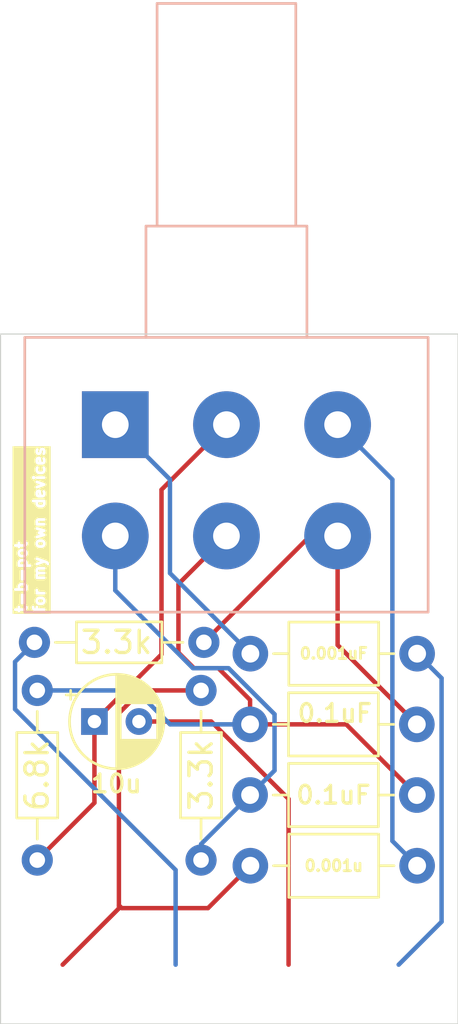
<source format=kicad_pcb>
(kicad_pcb (version 20240108) (generator "pcbnew") (generator_version "8.0")
  (layers (0 "F.Cu" signal) (31 "B.Cu" signal) (34 "B.Paste" user) (35 "F.Paste" user) (36 "B.SilkS" user "B.Silkscreen") (37 "F.SilkS" user "F.Silkscreen") (38 "B.Mask" user) (39 "F.Mask" user) (44 "Edge.Cuts" user))
  (net 0 "")
  (net 1 "GND")
  (net 2 "Net-(C1-Pad1)")
  (net 3 "Net-(C2-Pad2)")
  (net 4 "Net-(C4-Pad2)")
  (net 5 "Net-(C3-Pad2)")
  (net 6 "Net-(C4-Pad1)")
  (net 7 "Net-(C5-Pad2)")
  (net 8 "Net-(C1-Pad2)")
  (net 9 "Net-(C3-Pad1)")
  (footprint "Resistor_THT:R_Axial_DIN0204_L3.6mm_D1.6mm_P7.62mm_Horizontal" (layer "F.Cu") (at 131.064 89.535)
    (property "Reference" "R2" (hide yes))
    (property "Value" "3.3k" (at 3.69 0 360) (layer "F.SilkS"))
    (fp_line (start 0.94 0) (end 1.89 0) (stroke (width 0.12)) (layer "F.SilkS"))
    (fp_line (start 1.89 -0.92) (end 1.89 0.92) (stroke (width 0.12)) (layer "F.SilkS"))
    (fp_line (start 1.89 0.92) (end 5.73 0.92) (stroke (width 0.12)) (layer "F.SilkS"))
    (fp_line (start 5.73 -0.92) (end 1.89 -0.92) (stroke (width 0.12)) (layer "F.SilkS"))
    (fp_line (start 5.73 0.92) (end 5.73 -0.92) (stroke (width 0.12)) (layer "F.SilkS"))
    (fp_line (start 6.68 0) (end 5.73 0) (stroke (width 0.12)) (layer "F.SilkS"))
    (pad "1" thru_hole circle (at 0 0) (size 1.4 1.4) (drill 0.7) (layers "*.Cu" "*.Mask") (net 1 "GND"))
    (pad "2" thru_hole oval (at 7.62 0) (size 1.4 1.4) (drill 0.7) (layers "*.Cu" "*.Mask") (net 3 "Net-(C2-Pad2)"))
  )
  (footprint "Capacitor_THT:CP_Radial_D4.0mm_P2.00mm" (layer "F.Cu") (at 133.763 93.091)
    (property "Reference" "C3" (hide yes))
    (property "Value" "10u" (at 0.984 2.794 360) (layer "F.SilkS") (effects (font (size 0.8 0.8))))
    (fp_line (start -1.269801 -1.195) (end -0.869801 -1.195) (stroke (width 0.12)) (layer "F.SilkS"))
    (fp_line (start -1.069801 -1.395) (end -1.069801 -0.995) (stroke (width 0.12)) (layer "F.SilkS"))
    (fp_line (start 1 -2.08) (end 1 2.08) (stroke (width 0.12)) (layer "F.SilkS"))
    (fp_line (start 1.04 -2.08) (end 1.04 2.08) (stroke (width 0.12)) (layer "F.SilkS"))
    (fp_line (start 1.08 -2.079) (end 1.08 2.079) (stroke (width 0.12)) (layer "F.SilkS"))
    (fp_line (start 1.12 -2.077) (end 1.12 2.077) (stroke (width 0.12)) (layer "F.SilkS"))
    (fp_line (start 1.16 -2.074) (end 1.16 2.074) (stroke (width 0.12)) (layer "F.SilkS"))
    (fp_line (start 1.2 -2.071) (end 1.2 -0.84) (stroke (width 0.12)) (layer "F.SilkS"))
    (fp_line (start 1.2 0.84) (end 1.2 2.071) (stroke (width 0.12)) (layer "F.SilkS"))
    (fp_line (start 1.24 -2.067) (end 1.24 -0.84) (stroke (width 0.12)) (layer "F.SilkS"))
    (fp_line (start 1.24 0.84) (end 1.24 2.067) (stroke (width 0.12)) (layer "F.SilkS"))
    (fp_line (start 1.28 -2.062) (end 1.28 -0.84) (stroke (width 0.12)) (layer "F.SilkS"))
    (fp_line (start 1.28 0.84) (end 1.28 2.062) (stroke (width 0.12)) (layer "F.SilkS"))
    (fp_line (start 1.32 -2.056) (end 1.32 -0.84) (stroke (width 0.12)) (layer "F.SilkS"))
    (fp_line (start 1.32 0.84) (end 1.32 2.056) (stroke (width 0.12)) (layer "F.SilkS"))
    (fp_line (start 1.36 -2.05) (end 1.36 -0.84) (stroke (width 0.12)) (layer "F.SilkS"))
    (fp_line (start 1.36 0.84) (end 1.36 2.05) (stroke (width 0.12)) (layer "F.SilkS"))
    (fp_line (start 1.4 -2.042) (end 1.4 -0.84) (stroke (width 0.12)) (layer "F.SilkS"))
    (fp_line (start 1.4 0.84) (end 1.4 2.042) (stroke (width 0.12)) (layer "F.SilkS"))
    (fp_line (start 1.44 -2.034) (end 1.44 -0.84) (stroke (width 0.12)) (layer "F.SilkS"))
    (fp_line (start 1.44 0.84) (end 1.44 2.034) (stroke (width 0.12)) (layer "F.SilkS"))
    (fp_line (start 1.48 -2.025) (end 1.48 -0.84) (stroke (width 0.12)) (layer "F.SilkS"))
    (fp_line (start 1.48 0.84) (end 1.48 2.025) (stroke (width 0.12)) (layer "F.SilkS"))
    (fp_line (start 1.52 -2.016) (end 1.52 -0.84) (stroke (width 0.12)) (layer "F.SilkS"))
    (fp_line (start 1.52 0.84) (end 1.52 2.016) (stroke (width 0.12)) (layer "F.SilkS"))
    (fp_line (start 1.56 -2.005) (end 1.56 -0.84) (stroke (width 0.12)) (layer "F.SilkS"))
    (fp_line (start 1.56 0.84) (end 1.56 2.005) (stroke (width 0.12)) (layer "F.SilkS"))
    (fp_line (start 1.6 -1.994) (end 1.6 -0.84) (stroke (width 0.12)) (layer "F.SilkS"))
    (fp_line (start 1.6 0.84) (end 1.6 1.994) (stroke (width 0.12)) (layer "F.SilkS"))
    (fp_line (start 1.64 -1.982) (end 1.64 -0.84) (stroke (width 0.12)) (layer "F.SilkS"))
    (fp_line (start 1.64 0.84) (end 1.64 1.982) (stroke (width 0.12)) (layer "F.SilkS"))
    (fp_line (start 1.68 -1.968) (end 1.68 -0.84) (stroke (width 0.12)) (layer "F.SilkS"))
    (fp_line (start 1.68 0.84) (end 1.68 1.968) (stroke (width 0.12)) (layer "F.SilkS"))
    (fp_line (start 1.721 -1.954) (end 1.721 -0.84) (stroke (width 0.12)) (layer "F.SilkS"))
    (fp_line (start 1.721 0.84) (end 1.721 1.954) (stroke (width 0.12)) (layer "F.SilkS"))
    (fp_line (start 1.761 -1.94) (end 1.761 -0.84) (stroke (width 0.12)) (layer "F.SilkS"))
    (fp_line (start 1.761 0.84) (end 1.761 1.94) (stroke (width 0.12)) (layer "F.SilkS"))
    (fp_line (start 1.801 -1.924) (end 1.801 -0.84) (stroke (width 0.12)) (layer "F.SilkS"))
    (fp_line (start 1.801 0.84) (end 1.801 1.924) (stroke (width 0.12)) (layer "F.SilkS"))
    (fp_line (start 1.841 -1.907) (end 1.841 -0.84) (stroke (width 0.12)) (layer "F.SilkS"))
    (fp_line (start 1.841 0.84) (end 1.841 1.907) (stroke (width 0.12)) (layer "F.SilkS"))
    (fp_line (start 1.881 -1.889) (end 1.881 -0.84) (stroke (width 0.12)) (layer "F.SilkS"))
    (fp_line (start 1.881 0.84) (end 1.881 1.889) (stroke (width 0.12)) (layer "F.SilkS"))
    (fp_line (start 1.921 -1.87) (end 1.921 -0.84) (stroke (width 0.12)) (layer "F.SilkS"))
    (fp_line (start 1.921 0.84) (end 1.921 1.87) (stroke (width 0.12)) (layer "F.SilkS"))
    (fp_line (start 1.961 -1.851) (end 1.961 -0.84) (stroke (width 0.12)) (layer "F.SilkS"))
    (fp_line (start 1.961 0.84) (end 1.961 1.851) (stroke (width 0.12)) (layer "F.SilkS"))
    (fp_line (start 2.001 -1.83) (end 2.001 -0.84) (stroke (width 0.12)) (layer "F.SilkS"))
    (fp_line (start 2.001 0.84) (end 2.001 1.83) (stroke (width 0.12)) (layer "F.SilkS"))
    (fp_line (start 2.041 -1.808) (end 2.041 -0.84) (stroke (width 0.12)) (layer "F.SilkS"))
    (fp_line (start 2.041 0.84) (end 2.041 1.808) (stroke (width 0.12)) (layer "F.SilkS"))
    (fp_line (start 2.081 -1.785) (end 2.081 -0.84) (stroke (width 0.12)) (layer "F.SilkS"))
    (fp_line (start 2.081 0.84) (end 2.081 1.785) (stroke (width 0.12)) (layer "F.SilkS"))
    (fp_line (start 2.121 -1.76) (end 2.121 -0.84) (stroke (width 0.12)) (layer "F.SilkS"))
    (fp_line (start 2.121 0.84) (end 2.121 1.76) (stroke (width 0.12)) (layer "F.SilkS"))
    (fp_line (start 2.161 -1.735) (end 2.161 -0.84) (stroke (width 0.12)) (layer "F.SilkS"))
    (fp_line (start 2.161 0.84) (end 2.161 1.735) (stroke (width 0.12)) (layer "F.SilkS"))
    (fp_line (start 2.201 -1.708) (end 2.201 -0.84) (stroke (width 0.12)) (layer "F.SilkS"))
    (fp_line (start 2.201 0.84) (end 2.201 1.708) (stroke (width 0.12)) (layer "F.SilkS"))
    (fp_line (start 2.241 -1.68) (end 2.241 -0.84) (stroke (width 0.12)) (layer "F.SilkS"))
    (fp_line (start 2.241 0.84) (end 2.241 1.68) (stroke (width 0.12)) (layer "F.SilkS"))
    (fp_line (start 2.281 -1.65) (end 2.281 -0.84) (stroke (width 0.12)) (layer "F.SilkS"))
    (fp_line (start 2.281 0.84) (end 2.281 1.65) (stroke (width 0.12)) (layer "F.SilkS"))
    (fp_line (start 2.321 -1.619) (end 2.321 -0.84) (stroke (width 0.12)) (layer "F.SilkS"))
    (fp_line (start 2.321 0.84) (end 2.321 1.619) (stroke (width 0.12)) (layer "F.SilkS"))
    (fp_line (start 2.361 -1.587) (end 2.361 -0.84) (stroke (width 0.12)) (layer "F.SilkS"))
    (fp_line (start 2.361 0.84) (end 2.361 1.587) (stroke (width 0.12)) (layer "F.SilkS"))
    (fp_line (start 2.401 -1.552) (end 2.401 -0.84) (stroke (width 0.12)) (layer "F.SilkS"))
    (fp_line (start 2.401 0.84) (end 2.401 1.552) (stroke (width 0.12)) (layer "F.SilkS"))
    (fp_line (start 2.441 -1.516) (end 2.441 -0.84) (stroke (width 0.12)) (layer "F.SilkS"))
    (fp_line (start 2.441 0.84) (end 2.441 1.516) (stroke (width 0.12)) (layer "F.SilkS"))
    (fp_line (start 2.481 -1.478) (end 2.481 -0.84) (stroke (width 0.12)) (layer "F.SilkS"))
    (fp_line (start 2.481 0.84) (end 2.481 1.478) (stroke (width 0.12)) (layer "F.SilkS"))
    (fp_line (start 2.521 -1.438) (end 2.521 -0.84) (stroke (width 0.12)) (layer "F.SilkS"))
    (fp_line (start 2.521 0.84) (end 2.521 1.438) (stroke (width 0.12)) (layer "F.SilkS"))
    (fp_line (start 2.561 -1.396) (end 2.561 -0.84) (stroke (width 0.12)) (layer "F.SilkS"))
    (fp_line (start 2.561 0.84) (end 2.561 1.396) (stroke (width 0.12)) (layer "F.SilkS"))
    (fp_line (start 2.601 -1.351) (end 2.601 -0.84) (stroke (width 0.12)) (layer "F.SilkS"))
    (fp_line (start 2.601 0.84) (end 2.601 1.351) (stroke (width 0.12)) (layer "F.SilkS"))
    (fp_line (start 2.641 -1.304) (end 2.641 -0.84) (stroke (width 0.12)) (layer "F.SilkS"))
    (fp_line (start 2.641 0.84) (end 2.641 1.304) (stroke (width 0.12)) (layer "F.SilkS"))
    (fp_line (start 2.681 -1.254) (end 2.681 -0.84) (stroke (width 0.12)) (layer "F.SilkS"))
    (fp_line (start 2.681 0.84) (end 2.681 1.254) (stroke (width 0.12)) (layer "F.SilkS"))
    (fp_line (start 2.721 -1.2) (end 2.721 -0.84) (stroke (width 0.12)) (layer "F.SilkS"))
    (fp_line (start 2.721 0.84) (end 2.721 1.2) (stroke (width 0.12)) (layer "F.SilkS"))
    (fp_line (start 2.761 -1.142) (end 2.761 -0.84) (stroke (width 0.12)) (layer "F.SilkS"))
    (fp_line (start 2.761 0.84) (end 2.761 1.142) (stroke (width 0.12)) (layer "F.SilkS"))
    (fp_line (start 2.801 -1.08) (end 2.801 -0.84) (stroke (width 0.12)) (layer "F.SilkS"))
    (fp_line (start 2.801 0.84) (end 2.801 1.08) (stroke (width 0.12)) (layer "F.SilkS"))
    (fp_line (start 2.841 -1.013) (end 2.841 1.013) (stroke (width 0.12)) (layer "F.SilkS"))
    (fp_line (start 2.881 -0.94) (end 2.881 0.94) (stroke (width 0.12)) (layer "F.SilkS"))
    (fp_line (start 2.921 -0.859) (end 2.921 0.859) (stroke (width 0.12)) (layer "F.SilkS"))
    (fp_line (start 2.961 -0.768) (end 2.961 0.768) (stroke (width 0.12)) (layer "F.SilkS"))
    (fp_line (start 3.001 -0.664) (end 3.001 0.664) (stroke (width 0.12)) (layer "F.SilkS"))
    (fp_line (start 3.041 -0.537) (end 3.041 0.537) (stroke (width 0.12)) (layer "F.SilkS"))
    (fp_line (start 3.081 -0.37) (end 3.081 0.37) (stroke (width 0.12)) (layer "F.SilkS"))
    (fp_circle (center 1 0) (end 3.12 0) (stroke (width 0.12)) (fill none) (layer "F.SilkS"))
    (pad "1" thru_hole rect (at 0 0) (size 1.2 1.2) (drill 0.6) (layers "*.Cu" "*.Mask") (net 9 "Net-(C3-Pad1)"))
    (pad "2" thru_hole circle (at 2 0) (size 1.2 1.2) (drill 0.6) (layers "*.Cu" "*.Mask") (net 5 "Net-(C3-Pad2)"))
  )
  (footprint "Capacitor_THT:C_Axial_L3.8mm_D2.6mm_P7.50mm_Horizontal" (layer "F.Cu") (at 140.763 96.393)
    (property "Reference" "C1" (hide yes))
    (property "Value" "0.1uF" (at 3.75 0 360) (layer "F.SilkS") (effects (font (size 0.8 0.8))))
    (fp_line (start 1.04 0) (end 1.73 0) (stroke (width 0.12)) (layer "F.SilkS"))
    (fp_line (start 1.73 -1.42) (end 1.73 1.42) (stroke (width 0.12)) (layer "F.SilkS"))
    (fp_line (start 1.73 1.42) (end 5.77 1.42) (stroke (width 0.12)) (layer "F.SilkS"))
    (fp_line (start 5.77 -1.42) (end 1.73 -1.42) (stroke (width 0.12)) (layer "F.SilkS"))
    (fp_line (start 5.77 1.42) (end 5.77 -1.42) (stroke (width 0.12)) (layer "F.SilkS"))
    (fp_line (start 6.46 0) (end 5.77 0) (stroke (width 0.12)) (layer "F.SilkS"))
    (pad "1" thru_hole circle (at 0 0) (size 1.6 1.6) (drill 0.8) (layers "*.Cu" "*.Mask") (net 2 "Net-(C1-Pad1)"))
    (pad "2" thru_hole oval (at 7.5 0) (size 1.6 1.6) (drill 0.8) (layers "*.Cu" "*.Mask") (net 8 "Net-(C1-Pad2)"))
  )
  (footprint "Resistor_THT:R_Axial_DIN0204_L3.6mm_D1.6mm_P7.62mm_Horizontal" (layer "F.Cu") (at 138.557 91.694 -90)
    (property "Reference" "R1" (hide yes))
    (property "Value" "3.3k" (at 3.803 0 90) (layer "F.SilkS"))
    (fp_line (start 1.89 0.92) (end 5.73 0.92) (stroke (width 0.12)) (layer "F.SilkS"))
    (fp_line (start 5.73 0.92) (end 5.73 -0.92) (stroke (width 0.12)) (layer "F.SilkS"))
    (fp_line (start 0.94 0) (end 1.89 0) (stroke (width 0.12)) (layer "F.SilkS"))
    (fp_line (start 6.68 0) (end 5.73 0) (stroke (width 0.12)) (layer "F.SilkS"))
    (fp_line (start 1.89 -0.92) (end 1.89 0.92) (stroke (width 0.12)) (layer "F.SilkS"))
    (fp_line (start 5.73 -0.92) (end 1.89 -0.92) (stroke (width 0.12)) (layer "F.SilkS"))
    (pad "1" thru_hole circle (at 0 0 270) (size 1.4 1.4) (drill 0.7) (layers "*.Cu" "*.Mask") (net 4 "Net-(C4-Pad2)"))
    (pad "2" thru_hole oval (at 7.62 0 270) (size 1.4 1.4) (drill 0.7) (layers "*.Cu" "*.Mask") (net 2 "Net-(C1-Pad1)"))
  )
  (footprint "Capacitor_THT:C_Axial_L3.8mm_D2.6mm_P7.50mm_Horizontal" (layer "F.Cu") (at 140.763 93.218)
    (property "Reference" "C2" (hide yes))
    (property "Value" "0.1uF" (at 3.81 -0.4965 180) (layer "F.SilkS") (effects (font (size 0.8 0.8))))
    (fp_line (start 1.04 0) (end 1.73 0) (stroke (width 0.12)) (layer "F.SilkS"))
    (fp_line (start 1.73 -1.42) (end 1.73 1.42) (stroke (width 0.12)) (layer "F.SilkS"))
    (fp_line (start 1.73 1.42) (end 5.77 1.42) (stroke (width 0.12)) (layer "F.SilkS"))
    (fp_line (start 5.77 -1.42) (end 1.73 -1.42) (stroke (width 0.12)) (layer "F.SilkS"))
    (fp_line (start 5.77 1.42) (end 5.77 -1.42) (stroke (width 0.12)) (layer "F.SilkS"))
    (fp_line (start 6.46 0) (end 5.77 0) (stroke (width 0.12)) (layer "F.SilkS"))
    (pad "1" thru_hole circle (at 0 0) (size 1.6 1.6) (drill 0.8) (layers "*.Cu" "*.Mask") (net 8 "Net-(C1-Pad2)"))
    (pad "2" thru_hole oval (at 7.5 0) (size 1.6 1.6) (drill 0.8) (layers "*.Cu" "*.Mask") (net 3 "Net-(C2-Pad2)"))
  )
  (footprint "Capacitor_THT:C_Axial_L3.8mm_D2.6mm_P7.50mm_Horizontal" (layer "F.Cu") (at 148.276 90.043 180)
    (property "Reference" "C5" (hide yes))
    (property "Value" "0.001uF" (at 3.75 0.007 180) (layer "F.SilkS") (effects (font (size 0.5 0.5) (thickness 0.125))))
    (fp_line (start 6.46 0) (end 5.77 0) (stroke (width 0.12)) (layer "F.SilkS"))
    (fp_line (start 5.77 1.42) (end 5.77 -1.42) (stroke (width 0.12)) (layer "F.SilkS"))
    (fp_line (start 5.77 -1.42) (end 1.73 -1.42) (stroke (width 0.12)) (layer "F.SilkS"))
    (fp_line (start 1.73 1.42) (end 5.77 1.42) (stroke (width 0.12)) (layer "F.SilkS"))
    (fp_line (start 1.73 -1.42) (end 1.73 1.42) (stroke (width 0.12)) (layer "F.SilkS"))
    (fp_line (start 1.04 0) (end 1.73 0) (stroke (width 0.12)) (layer "F.SilkS"))
    (pad "1" thru_hole circle (at 0 0 180) (size 1.6 1.6) (drill 0.8) (layers "*.Cu" "*.Mask") (net 1 "GND"))
    (pad "2" thru_hole oval (at 7.5 0 180) (size 1.6 1.6) (drill 0.8) (layers "*.Cu" "*.Mask") (net 7 "Net-(C5-Pad2)"))
  )
  (footprint "Resistor_THT:R_Axial_DIN0204_L3.6mm_D1.6mm_P7.62mm_Horizontal" (layer "F.Cu") (at 131.191 91.694 -90)
    (property "Reference" "R3" (hide yes))
    (property "Value" "6.8k" (at 3.817 0.0115 90) (layer "F.SilkS"))
    (fp_line (start 1.89 0.92) (end 5.73 0.92) (stroke (width 0.12)) (layer "F.SilkS"))
    (fp_line (start 5.73 0.92) (end 5.73 -0.92) (stroke (width 0.12)) (layer "F.SilkS"))
    (fp_line (start 0.94 0) (end 1.89 0) (stroke (width 0.12)) (layer "F.SilkS"))
    (fp_line (start 6.68 0) (end 5.73 0) (stroke (width 0.12)) (layer "F.SilkS"))
    (fp_line (start 1.89 -0.92) (end 1.89 0.92) (stroke (width 0.12)) (layer "F.SilkS"))
    (fp_line (start 5.73 -0.92) (end 1.89 -0.92) (stroke (width 0.12)) (layer "F.SilkS"))
    (pad "1" thru_hole circle (at 0 0 270) (size 1.4 1.4) (drill 0.7) (layers "*.Cu" "*.Mask") (net 8 "Net-(C1-Pad2)"))
    (pad "2" thru_hole oval (at 7.62 0 270) (size 1.4 1.4) (drill 0.7) (layers "*.Cu" "*.Mask") (net 9 "Net-(C3-Pad1)"))
  )
  (footprint "Capacitor_THT:C_Axial_L3.8mm_D2.6mm_P7.50mm_Horizontal" (layer "F.Cu") (at 148.276 99.568 180)
    (property "Reference" "C4" (hide yes))
    (property "Value" "0.001u" (at 3.75 0 360) (layer "F.SilkS") (effects (font (size 0.5 0.5) (thickness 0.125))))
    (fp_line (start 6.46 0) (end 5.77 0) (stroke (width 0.12)) (layer "F.SilkS"))
    (fp_line (start 5.77 1.42) (end 5.77 -1.42) (stroke (width 0.12)) (layer "F.SilkS"))
    (fp_line (start 5.77 -1.42) (end 1.73 -1.42) (stroke (width 0.12)) (layer "F.SilkS"))
    (fp_line (start 1.73 1.42) (end 5.77 1.42) (stroke (width 0.12)) (layer "F.SilkS"))
    (fp_line (start 1.73 -1.42) (end 1.73 1.42) (stroke (width 0.12)) (layer "F.SilkS"))
    (fp_line (start 1.04 0) (end 1.73 0) (stroke (width 0.12)) (layer "F.SilkS"))
    (pad "1" thru_hole circle (at 0 0 180) (size 1.6 1.6) (drill 0.8) (layers "*.Cu" "*.Mask") (net 6 "Net-(C4-Pad1)"))
    (pad "2" thru_hole oval (at 7.5 0 180) (size 1.6 1.6) (drill 0.8) (layers "*.Cu" "*.Mask") (net 4 "Net-(C4-Pad2)"))
  )
  (footprint "Potentiometer_THT:Potentiometer_Alps_RK163_Dual_Horizontal" (layer "B.Cu") (at 134.7 79.756 -90)
    (property "Reference" "RV1" (hide yes))
    (property "Value" "R_Potentiometer_Dual" (hide yes))
    (fp_line (start -3.92 4.07) (end 8.42 4.07) (stroke (width 0.12)) (layer "B.SilkS"))
    (fp_line (start -3.92 4.07) (end -3.92 -14.07) (stroke (width 0.12)) (layer "B.SilkS"))
    (fp_line (start 8.42 4.07) (end 8.42 -14.07) (stroke (width 0.12)) (layer "B.SilkS"))
    (fp_line (start -8.92 -1.38) (end -3.92 -1.38) (stroke (width 0.12)) (layer "B.SilkS"))
    (fp_line (start -8.92 -1.38) (end -8.92 -8.62) (stroke (width 0.12)) (layer "B.SilkS"))
    (fp_line (start -18.92 -1.88) (end -8.92 -1.88) (stroke (width 0.12)) (layer "B.SilkS"))
    (fp_line (start -18.92 -1.88) (end -18.92 -8.12) (stroke (width 0.12)) (layer "B.SilkS"))
    (fp_line (start -18.92 -8.12) (end -8.92 -8.12) (stroke (width 0.12)) (layer "B.SilkS"))
    (fp_line (start -8.92 -8.62) (end -3.92 -8.62) (stroke (width 0.12)) (layer "B.SilkS"))
    (fp_line (start -3.92 -14.07) (end 8.42 -14.07) (stroke (width 0.12)) (layer "B.SilkS"))
    (pad "1" thru_hole rect (at 0 0 90) (size 3 3) (drill 1.2) (layers "*.Cu" "*.Mask") (net 7 "Net-(C5-Pad2)"))
    (pad "2" thru_hole circle (at 0 -5 90) (size 3 3) (drill 1.2) (layers "*.Cu" "*.Mask") (net 9 "Net-(C3-Pad1)"))
    (pad "3" thru_hole circle (at 0 -10 90) (size 3 3) (drill 1.2) (layers "*.Cu" "*.Mask") (net 6 "Net-(C4-Pad1)"))
    (pad "4" thru_hole circle (at 5 0 90) (size 3 3) (drill 1.2) (layers "*.Cu" "*.Mask") (net 2 "Net-(C1-Pad1)"))
    (pad "5" thru_hole circle (at 5 -5 90) (size 3 3) (drill 1.2) (layers "*.Cu" "*.Mask") (net 8 "Net-(C1-Pad2)"))
    (pad "6" thru_hole circle (at 5 -10 90) (size 3 3) (drill 1.2) (layers "*.Cu" "*.Mask") (net 3 "Net-(C2-Pad2)"))
  )
  (gr_rect (start 129.54 75.685) (end 150.114 106.673) (stroke (width 0.05)) (fill none) (layer "Edge.Cuts"))
  (gr_text "t-b-pot\nfor my own devices" (at 131.572 88.265 90) (layer "F.SilkS" knockout) (effects (font (size 0.5 0.5) (thickness 0.125) (bold yes)) (justify left bottom)))
  (segment (start 149.376 91.143) (end 149.376 102.084) (width 0.2) (layer "B.Cu") (net 1))
  (segment (start 148.276 90.043) (end 149.376 91.143) (width 0.2) (layer "B.Cu") (net 1))
  (segment (start 130.191 90.408) (end 131.064 89.535) (width 0.2) (layer "B.Cu") (net 1))
  (segment (start 130.191 92.5355) (end 130.191 90.408) (width 0.2) (layer "B.Cu") (net 1))
  (segment (start 137.414 104.013) (end 137.414 99.7585) (width 0.2) (layer "B.Cu") (net 1))
  (segment (start 149.376 102.084) (end 147.447 104.013) (width 0.2) (layer "B.Cu") (net 1))
  (segment (start 137.414 99.7585) (end 130.191 92.5355) (width 0.2) (layer "B.Cu") (net 1))
  (segment (start 138.192 90.694) (end 139.794635 90.694) (width 0.2) (layer "B.Cu") (net 2))
  (segment (start 140.763 96.393) (end 138.557 98.599) (width 0.2) (layer "B.Cu") (net 2))
  (segment (start 139.794635 90.694) (end 141.863 92.762365) (width 0.2) (layer "B.Cu") (net 2))
  (segment (start 141.863 92.762365) (end 141.863 95.293) (width 0.2) (layer "B.Cu") (net 2))
  (segment (start 134.7 87.202) (end 138.192 90.694) (width 0.2) (layer "B.Cu") (net 2))
  (segment (start 141.863 95.293) (end 140.763 96.393) (width 0.2) (layer "B.Cu") (net 2))
  (segment (start 134.7 84.756) (end 134.7 87.202) (width 0.2) (layer "B.Cu") (net 2))
  (segment (start 138.557 98.599) (end 138.557 99.314) (width 0.2) (layer "B.Cu") (net 2))
  (segment (start 144.7 89.655) (end 148.263 93.218) (width 0.2) (layer "F.Cu") (net 3))
  (segment (start 144.7 84.756) (end 144.7 89.655) (width 0.2) (layer "F.Cu") (net 3))
  (segment (start 144.7 84.756) (end 143.463 84.756) (width 0.2) (layer "F.Cu") (net 3))
  (segment (start 143.463 84.756) (end 138.684 89.535) (width 0.2) (layer "F.Cu") (net 3))
  (segment (start 135.887207 91.694) (end 138.557 91.694) (width 0.2) (layer "F.Cu") (net 4))
  (segment (start 132.334 104.013) (end 134.863 101.484) (width 0.2) (layer "F.Cu") (net 4))
  (segment (start 134.863 101.346) (end 134.863 92.718207) (width 0.2) (layer "F.Cu") (net 4))
  (segment (start 134.863 92.718207) (end 135.887207 91.694) (width 0.2) (layer "F.Cu") (net 4))
  (segment (start 140.776 99.568) (end 138.871 101.473) (width 0.2) (layer "F.Cu") (net 4))
  (segment (start 134.99 101.473) (end 134.863 101.346) (width 0.2) (layer "F.Cu") (net 4))
  (segment (start 134.863 101.484) (end 134.863 101.346) (width 0.2) (layer "F.Cu") (net 4))
  (segment (start 138.871 101.473) (end 134.99 101.473) (width 0.2) (layer "F.Cu") (net 4))
  (segment (start 139.016635 93.091) (end 135.763 93.091) (width 0.2) (layer "F.Cu") (net 5))
  (segment (start 142.494 96.568365) (end 139.016635 93.091) (width 0.2) (layer "F.Cu") (net 5))
  (segment (start 142.494 104.013) (end 142.494 96.568365) (width 0.2) (layer "F.Cu") (net 5))
  (segment (start 147.163 98.455) (end 148.276 99.568) (width 0.2) (layer "B.Cu") (net 6))
  (segment (start 147.163 82.219) (end 147.163 98.455) (width 0.2) (layer "B.Cu") (net 6))
  (segment (start 144.7 79.756) (end 147.163 82.219) (width 0.2) (layer "B.Cu") (net 6))
  (segment (start 137.16 82.216) (end 137.16 86.427) (width 0.2) (layer "B.Cu") (net 7))
  (segment (start 137.16 86.427) (end 140.776 90.043) (width 0.2) (layer "B.Cu") (net 7))
  (segment (start 134.7 79.756) (end 137.16 82.216) (width 0.2) (layer "B.Cu") (net 7))
  (segment (start 137.541 86.915) (end 137.541 89.996) (width 0.2) (layer "F.Cu") (net 8))
  (segment (start 139.335 90.694) (end 140.763 92.122) (width 0.2) (layer "F.Cu") (net 8))
  (segment (start 140.763 93.218) (end 145.088 93.218) (width 0.2) (layer "F.Cu") (net 8))
  (segment (start 137.541 89.996) (end 138.239 90.694) (width 0.2) (layer "F.Cu") (net 8))
  (segment (start 145.088 93.218) (end 148.263 96.393) (width 0.2) (layer "F.Cu") (net 8))
  (segment (start 138.239 90.694) (end 139.335 90.694) (width 0.2) (layer "F.Cu") (net 8))
  (segment (start 140.763 92.122) (end 140.763 93.218) (width 0.2) (layer "F.Cu") (net 8))
  (segment (start 139.7 84.756) (end 137.541 86.915) (width 0.2) (layer "F.Cu") (net 8))
  (segment (start 137.162793 93.218) (end 140.763 93.218) (width 0.2) (layer "B.Cu") (net 8))
  (segment (start 131.191 91.694) (end 135.638793 91.694) (width 0.2) (layer "B.Cu") (net 8))
  (segment (start 135.638793 91.694) (end 137.162793 93.218) (width 0.2) (layer "B.Cu") (net 8))
  (segment (start 136.779 82.677) (end 139.7 79.756) (width 0.2) (layer "F.Cu") (net 9))
  (segment (start 133.763 93.091) (end 133.763 96.742) (width 0.2) (layer "F.Cu") (net 9))
  (segment (start 133.763 93.091) (end 136.779 90.075) (width 0.2) (layer "F.Cu") (net 9))
  (segment (start 136.779 90.075) (end 136.779 82.677) (width 0.2) (layer "F.Cu") (net 9))
  (segment (start 133.763 96.742) (end 131.191 99.314) (width 0.2) (layer "F.Cu") (net 9))
)
</source>
